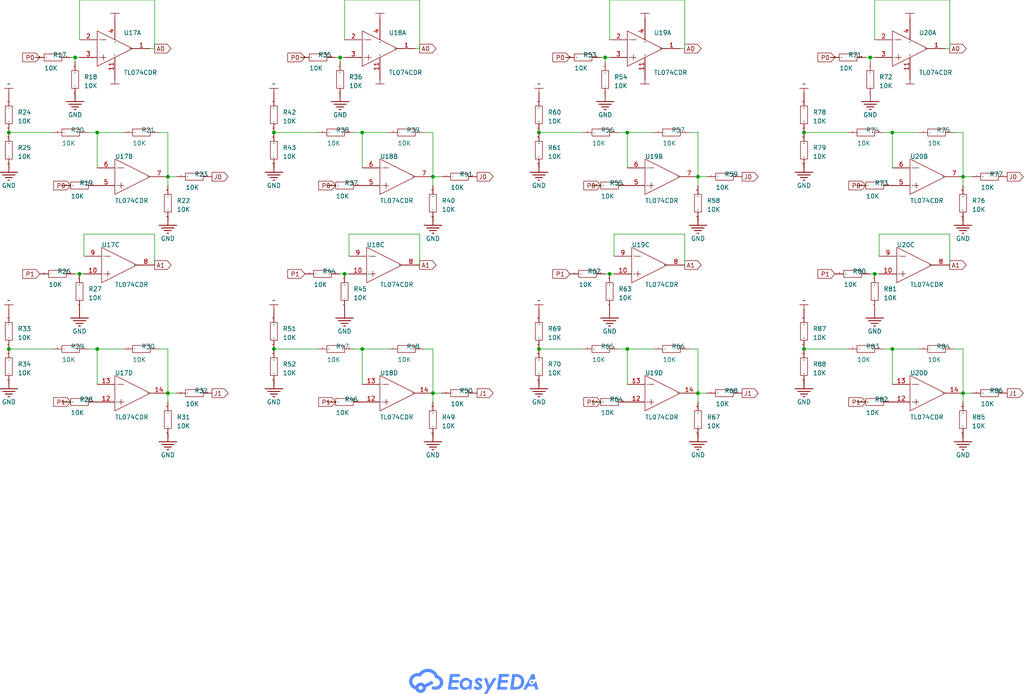
<source format=kicad_sch>
(kicad_sch (version 20231120) (generator "eeschema") (generator_version "8.0")
  (paper "User" 294.386 199.542)
  (junction (at 124.46 113.03))
  (junction (at 97.79 16.51))
  (junction (at 256.54 38.1))
  (junction (at 154.94 100.33))
  (junction (at 104.14 38.1))
  (junction (at 48.26 113.03))
  (junction (at 200.66 113.03))
  (junction (at 2.54 38.1))
  (junction (at 78.74 38.1))
  (junction (at 27.94 38.1))
  (junction (at 2.54 100.33))
  (junction (at 99.06 78.74))
  (junction (at 21.59 16.51))
  (junction (at 276.86 113.03))
  (junction (at 276.86 50.8))
  (junction (at 251.46 78.74))
  (junction (at 104.14 100.33))
  (junction (at 124.46 50.8))
  (junction (at 180.34 38.1))
  (junction (at 22.86 78.74))
  (junction (at 173.99 16.51))
  (junction (at 48.26 50.8))
  (junction (at 154.94 38.1))
  (junction (at 200.66 50.8))
  (junction (at 250.19 16.51))
  (junction (at 231.14 38.1))
  (junction (at 27.94 100.33))
  (junction (at 78.74 100.33))
  (junction (at 180.34 100.33))
  (junction (at 231.14 100.33))
  (junction (at 256.54 100.33))
  (junction (at 175.26 78.74))
  (wire (pts (xy 124.46 113.03) (xy 124.46 100.33)))
  (wire (pts (xy 246.38 53.34) (xy 248.92 53.34)))
  (wire (pts (xy 200.66 124.46) (xy 200.66 125.73)))
  (wire (pts (xy 200.66 113.03) (xy 203.2 113.03)))
  (wire (pts (xy 274.32 100.33) (xy 276.86 100.33)))
  (wire (pts (xy 200.66 50.8) (xy 200.66 38.1)))
  (wire (pts (xy 104.14 38.1) (xy 101.6 38.1)))
  (wire (pts (xy 21.59 16.51) (xy 22.86 16.51)))
  (wire (pts (xy 154.94 110.49) (xy 154.94 109.22)))
  (wire (pts (xy 180.34 100.33) (xy 177.8 100.33)))
  (wire (pts (xy 276.86 53.34) (xy 276.86 50.8)))
  (wire (pts (xy 256.54 100.33) (xy 264.16 100.33)))
  (wire (pts (xy 276.86 113.03) (xy 276.86 100.33)))
  (wire (pts (xy 273.05 0) (xy 273.05 13.97)))
  (wire (pts (xy 256.54 110.49) (xy 256.54 100.33)))
  (wire (pts (xy 252.73 67.31) (xy 273.05 67.31)))
  (wire (pts (xy 250.19 26.67) (xy 250.19 27.94)))
  (wire (pts (xy 276.86 62.23) (xy 276.86 63.5)))
  (wire (pts (xy 173.99 26.67) (xy 173.99 27.94)))
  (wire (pts (xy 196.85 67.31) (xy 196.85 76.2)))
  (wire (pts (xy 15.24 100.33) (xy 2.54 100.33)))
  (wire (pts (xy 48.26 113.03) (xy 50.8 113.03)))
  (wire (pts (xy 17.78 53.34) (xy 20.32 53.34)))
  (wire (pts (xy 21.59 78.74) (xy 22.86 78.74)))
  (wire (pts (xy 176.53 67.31) (xy 176.53 73.66)))
  (wire (pts (xy 2.54 110.49) (xy 2.54 109.22)))
  (wire (pts (xy 256.54 38.1) (xy 264.16 38.1)))
  (wire (pts (xy 78.74 110.49) (xy 78.74 109.22)))
  (wire (pts (xy 93.98 115.57) (xy 96.52 115.57)))
  (wire (pts (xy 250.19 16.51) (xy 251.46 16.51)))
  (wire (pts (xy 97.79 26.67) (xy 97.79 27.94)))
  (wire (pts (xy 24.13 67.31) (xy 44.45 67.31)))
  (wire (pts (xy 276.86 50.8) (xy 279.4 50.8)))
  (wire (pts (xy 120.65 0) (xy 99.06 0)))
  (wire (pts (xy 22.86 11.43) (xy 22.86 0)))
  (wire (pts (xy 45.72 100.33) (xy 48.26 100.33)))
  (wire (pts (xy 274.32 38.1) (xy 276.86 38.1)))
  (wire (pts (xy 251.46 11.43) (xy 251.46 0)))
  (wire (pts (xy 11.43 16.51) (xy 10.16 16.51)))
  (wire (pts (xy 273.05 13.97) (xy 271.78 13.97)))
  (wire (pts (xy 273.05 67.31) (xy 273.05 76.2)))
  (wire (pts (xy 27.94 38.1) (xy 25.4 38.1)))
  (wire (pts (xy 100.33 67.31) (xy 100.33 73.66)))
  (wire (pts (xy 120.65 13.97) (xy 119.38 13.97)))
  (wire (pts (xy 252.73 67.31) (xy 252.73 73.66)))
  (wire (pts (xy 48.26 50.8) (xy 50.8 50.8)))
  (wire (pts (xy 24.13 78.74) (xy 22.86 78.74)))
  (wire (pts (xy 243.84 38.1) (xy 231.14 38.1)))
  (wire (pts (xy 256.54 100.33) (xy 254 100.33)))
  (wire (pts (xy 100.33 67.31) (xy 120.65 67.31)))
  (wire (pts (xy 121.92 100.33) (xy 124.46 100.33)))
  (wire (pts (xy 250.19 78.74) (xy 251.46 78.74)))
  (wire (pts (xy 96.52 16.51) (xy 97.79 16.51)))
  (wire (pts (xy 246.38 115.57) (xy 248.92 115.57)))
  (wire (pts (xy 276.86 115.57) (xy 276.86 113.03)))
  (wire (pts (xy 167.64 38.1) (xy 154.94 38.1)))
  (wire (pts (xy 124.46 50.8) (xy 127 50.8)))
  (wire (pts (xy 93.98 53.34) (xy 96.52 53.34)))
  (wire (pts (xy 173.99 16.51) (xy 175.26 16.51)))
  (wire (pts (xy 24.13 67.31) (xy 24.13 73.66)))
  (wire (pts (xy 173.99 16.51) (xy 173.99 17.78)))
  (wire (pts (xy 124.46 124.46) (xy 124.46 125.73)))
  (wire (pts (xy 121.92 38.1) (xy 124.46 38.1)))
  (wire (pts (xy 27.94 100.33) (xy 35.56 100.33)))
  (wire (pts (xy 252.73 78.74) (xy 251.46 78.74)))
  (wire (pts (xy 27.94 110.49) (xy 27.94 100.33)))
  (wire (pts (xy 44.45 0) (xy 44.45 13.97)))
  (wire (pts (xy 2.54 48.26) (xy 2.54 46.99)))
  (wire (pts (xy 48.26 124.46) (xy 48.26 125.73)))
  (wire (pts (xy 78.74 48.26) (xy 78.74 46.99)))
  (wire (pts (xy 44.45 13.97) (xy 43.18 13.97)))
  (wire (pts (xy 48.26 113.03) (xy 48.26 100.33)))
  (wire (pts (xy 248.92 16.51) (xy 250.19 16.51)))
  (wire (pts (xy 27.94 48.26) (xy 27.94 38.1)))
  (wire (pts (xy 27.94 38.1) (xy 35.56 38.1)))
  (wire (pts (xy 250.19 16.51) (xy 250.19 17.78)))
  (wire (pts (xy 200.66 53.34) (xy 200.66 50.8)))
  (wire (pts (xy 21.59 16.51) (xy 21.59 17.78)))
  (wire (pts (xy 27.94 100.33) (xy 25.4 100.33)))
  (wire (pts (xy 100.33 78.74) (xy 99.06 78.74)))
  (wire (pts (xy 200.66 50.8) (xy 203.2 50.8)))
  (wire (pts (xy 91.44 38.1) (xy 78.74 38.1)))
  (wire (pts (xy 173.99 78.74) (xy 175.26 78.74)))
  (wire (pts (xy 196.85 0) (xy 175.26 0)))
  (wire (pts (xy 167.64 100.33) (xy 154.94 100.33)))
  (wire (pts (xy 91.44 100.33) (xy 78.74 100.33)))
  (wire (pts (xy 180.34 38.1) (xy 177.8 38.1)))
  (wire (pts (xy 45.72 38.1) (xy 48.26 38.1)))
  (wire (pts (xy 175.26 11.43) (xy 175.26 0)))
  (wire (pts (xy 124.46 53.34) (xy 124.46 50.8)))
  (wire (pts (xy 170.18 53.34) (xy 172.72 53.34)))
  (wire (pts (xy 124.46 115.57) (xy 124.46 113.03)))
  (wire (pts (xy 104.14 100.33) (xy 101.6 100.33)))
  (wire (pts (xy 48.26 62.23) (xy 48.26 63.5)))
  (wire (pts (xy 120.65 0) (xy 120.65 13.97)))
  (wire (pts (xy 17.78 115.57) (xy 20.32 115.57)))
  (wire (pts (xy 276.86 124.46) (xy 276.86 125.73)))
  (wire (pts (xy 256.54 48.26) (xy 256.54 38.1)))
  (wire (pts (xy 163.83 16.51) (xy 162.56 16.51)))
  (wire (pts (xy 99.06 11.43) (xy 99.06 0)))
  (wire (pts (xy 97.79 16.51) (xy 97.79 17.78)))
  (wire (pts (xy 44.45 67.31) (xy 44.45 76.2)))
  (wire (pts (xy 124.46 50.8) (xy 124.46 38.1)))
  (wire (pts (xy 104.14 48.26) (xy 104.14 38.1)))
  (wire (pts (xy 124.46 62.23) (xy 124.46 63.5)))
  (wire (pts (xy 124.46 113.03) (xy 127 113.03)))
  (wire (pts (xy 170.18 115.57) (xy 172.72 115.57)))
  (wire (pts (xy 15.24 38.1) (xy 2.54 38.1)))
  (wire (pts (xy 154.94 48.26) (xy 154.94 46.99)))
  (wire (pts (xy 97.79 16.51) (xy 99.06 16.51)))
  (wire (pts (xy 176.53 78.74) (xy 175.26 78.74)))
  (wire (pts (xy 231.14 110.49) (xy 231.14 109.22)))
  (wire (pts (xy 48.26 115.57) (xy 48.26 113.03)))
  (wire (pts (xy 176.53 67.31) (xy 196.85 67.31)))
  (wire (pts (xy 256.54 38.1) (xy 254 38.1)))
  (wire (pts (xy 243.84 100.33) (xy 231.14 100.33)))
  (wire (pts (xy 200.66 113.03) (xy 200.66 100.33)))
  (wire (pts (xy 48.26 53.34) (xy 48.26 50.8)))
  (wire (pts (xy 200.66 62.23) (xy 200.66 63.5)))
  (wire (pts (xy 231.14 48.26) (xy 231.14 46.99)))
  (wire (pts (xy 104.14 38.1) (xy 111.76 38.1)))
  (wire (pts (xy 196.85 0) (xy 196.85 13.97)))
  (wire (pts (xy 104.14 100.33) (xy 111.76 100.33)))
  (wire (pts (xy 180.34 110.49) (xy 180.34 100.33)))
  (wire (pts (xy 97.79 78.74) (xy 99.06 78.74)))
  (wire (pts (xy 180.34 100.33) (xy 187.96 100.33)))
  (wire (pts (xy 200.66 115.57) (xy 200.66 113.03)))
  (wire (pts (xy 196.85 13.97) (xy 195.58 13.97)))
  (wire (pts (xy 172.72 16.51) (xy 173.99 16.51)))
  (wire (pts (xy 180.34 38.1) (xy 187.96 38.1)))
  (wire (pts (xy 120.65 67.31) (xy 120.65 76.2)))
  (wire (pts (xy 276.86 50.8) (xy 276.86 38.1)))
  (wire (pts (xy 240.03 16.51) (xy 238.76 16.51)))
  (wire (pts (xy 198.12 38.1) (xy 200.66 38.1)))
  (wire (pts (xy 44.45 0) (xy 22.86 0)))
  (wire (pts (xy 48.26 50.8) (xy 48.26 38.1)))
  (wire (pts (xy 198.12 100.33) (xy 200.66 100.33)))
  (wire (pts (xy 180.34 48.26) (xy 180.34 38.1)))
  (wire (pts (xy 276.86 113.03) (xy 279.4 113.03)))
  (wire (pts (xy 20.32 16.51) (xy 21.59 16.51)))
  (wire (pts (xy 273.05 0) (xy 251.46 0)))
  (wire (pts (xy 87.63 16.51) (xy 86.36 16.51)))
  (wire (pts (xy 104.14 110.49) (xy 104.14 100.33)))
  (wire (pts (xy 21.59 26.67) (xy 21.59 27.94)))
  (global_label "A0" (shape output) (at 120.65 13.97 0) (property "Intersheetrefs" "${INTERSHEET_REFS}" (effects (hide yes))))
  (global_label "P1" (shape input) (at 20.32 115.57 180) (property "Intersheetrefs" "${INTERSHEET_REFS}" (effects (hide yes))))
  (global_label "J1" (shape output) (at 213.36 113.03 0) (property "Intersheetrefs" "${INTERSHEET_REFS}" (effects (hide yes))))
  (global_label "J0" (shape output) (at 289.56 50.8 0) (property "Intersheetrefs" "${INTERSHEET_REFS}" (effects (hide yes))))
  (global_label "J1" (shape output) (at 137.16 113.03 0) (property "Intersheetrefs" "${INTERSHEET_REFS}" (effects (hide yes))))
  (global_label "J0" (shape output) (at 60.96 50.8 0) (property "Intersheetrefs" "${INTERSHEET_REFS}" (effects (hide yes))))
  (global_label "A1" (shape output) (at 273.05 76.2 0) (property "Intersheetrefs" "${INTERSHEET_REFS}" (effects (hide yes))))
  (global_label "A0" (shape output) (at 196.85 13.97 0) (property "Intersheetrefs" "${INTERSHEET_REFS}" (effects (hide yes))))
  (global_label "P0" (shape input) (at 248.92 53.34 180) (property "Intersheetrefs" "${INTERSHEET_REFS}" (effects (hide yes))))
  (global_label "P0" (shape input) (at 96.52 53.34 180) (property "Intersheetrefs" "${INTERSHEET_REFS}" (effects (hide yes))))
  (global_label "P1" (shape input) (at 172.72 115.57 180) (property "Intersheetrefs" "${INTERSHEET_REFS}" (effects (hide yes))))
  (global_label "P1" (shape input) (at 240.03 78.74 180) (property "Intersheetrefs" "${INTERSHEET_REFS}" (effects (hide yes))))
  (global_label "J0" (shape output) (at 213.36 50.8 0) (property "Intersheetrefs" "${INTERSHEET_REFS}" (effects (hide yes))))
  (global_label "A1" (shape output) (at 120.65 76.2 0) (property "Intersheetrefs" "${INTERSHEET_REFS}" (effects (hide yes))))
  (global_label "J1" (shape output) (at 289.56 113.03 0) (property "Intersheetrefs" "${INTERSHEET_REFS}" (effects (hide yes))))
  (global_label "P1" (shape input) (at 96.52 115.57 180) (property "Intersheetrefs" "${INTERSHEET_REFS}" (effects (hide yes))))
  (global_label "J1" (shape output) (at 60.96 113.03 0) (property "Intersheetrefs" "${INTERSHEET_REFS}" (effects (hide yes))))
  (global_label "A0" (shape output) (at 44.45 13.97 0) (property "Intersheetrefs" "${INTERSHEET_REFS}" (effects (hide yes))))
  (global_label "P0" (shape input) (at 11.43 16.51 180) (property "Intersheetrefs" "${INTERSHEET_REFS}" (effects (hide yes))))
  (global_label "P1" (shape input) (at 87.63 78.74 180) (property "Intersheetrefs" "${INTERSHEET_REFS}" (effects (hide yes))))
  (global_label "J0" (shape output) (at 137.16 50.8 0) (property "Intersheetrefs" "${INTERSHEET_REFS}" (effects (hide yes))))
  (global_label "P0" (shape input) (at 87.63 16.51 180) (property "Intersheetrefs" "${INTERSHEET_REFS}" (effects (hide yes))))
  (global_label "P0" (shape input) (at 20.32 53.34 180) (property "Intersheetrefs" "${INTERSHEET_REFS}" (effects (hide yes))))
  (global_label "A1" (shape output) (at 196.85 76.2 0) (property "Intersheetrefs" "${INTERSHEET_REFS}" (effects (hide yes))))
  (global_label "A1" (shape output) (at 44.45 76.2 0) (property "Intersheetrefs" "${INTERSHEET_REFS}" (effects (hide yes))))
  (global_label "P0" (shape input) (at 240.03 16.51 180) (property "Intersheetrefs" "${INTERSHEET_REFS}" (effects (hide yes))))
  (global_label "P0" (shape input) (at 172.72 53.34 180) (property "Intersheetrefs" "${INTERSHEET_REFS}" (effects (hide yes))))
  (global_label "P0" (shape input) (at 163.83 16.51 180) (property "Intersheetrefs" "${INTERSHEET_REFS}" (effects (hide yes))))
  (global_label "P1" (shape input) (at 11.43 78.74 180) (property "Intersheetrefs" "${INTERSHEET_REFS}" (effects (hide yes))))
  (global_label "P1" (shape input) (at 248.92 115.57 180) (property "Intersheetrefs" "${INTERSHEET_REFS}" (effects (hide yes))))
  (global_label "P1" (shape input) (at 163.83 78.74 180) (property "Intersheetrefs" "${INTERSHEET_REFS}" (effects (hide yes))))
  (global_label "A0" (shape output) (at 273.05 13.97 0) (property "Intersheetrefs" "${INTERSHEET_REFS}" (effects (hide yes))))
  (symbol (lib_id "ProPrj_Fad-easyedapro:Power-VCC") (at 109.22 6.35 0) (unit 1)
    (property "Reference" "#PWR?" (effects (hide yes)))
    (property "Value" "+12V" (effects (hide yes)))
    (property "Footprint" "ProPrj_Fad-easyedapro:" (effects (hide yes)))
  )
  (symbol (lib_id "ProPrj_Fad-easyedapro:Power-VCC") (at 261.62 6.35 0) (unit 1)
    (property "Reference" "#PWR?" (effects (hide yes)))
    (property "Value" "+12V" (effects (hide yes)))
    (property "Footprint" "ProPrj_Fad-easyedapro:" (effects (hide yes)))
  )
  (symbol (lib_id "ProPrj_Fad-easyedapro:Res") (at 200.66 58.42 90) (unit 1)
    (property "Reference" "R58" (at 203.2 58.42 90) (effects (justify right top)))
    (property "Value" "10K" (at 203.2 60.96 90) (effects (justify right top)))
    (property "Footprint" "ProPrj_Fad-easyedapro:R0603" (effects (hide yes)))
  )
  (symbol (lib_id "ProPrj_Fad-easyedapro:Res") (at 78.74 43.18 90) (unit 1)
    (property "Reference" "R43" (at 81.28 43.18 90) (effects (justify right top)))
    (property "Value" "10K" (at 81.28 45.72 90) (effects (justify right top)))
    (property "Footprint" "ProPrj_Fad-easyedapro:R0603" (effects (hide yes)))
  )
  (symbol (lib_id "ProPrj_Fad-easyedapro:Res") (at 276.86 120.65 90) (unit 1)
    (property "Reference" "R85" (at 279.4 120.65 90) (effects (justify right top)))
    (property "Value" "10K" (at 279.4 123.19 90) (effects (justify right top)))
    (property "Footprint" "ProPrj_Fad-easyedapro:R0603" (effects (hide yes)))
  )
  (symbol (lib_id "ProPrj_Fad-easyedapro:Res") (at 96.52 100.33 0) (unit 1)
    (property "Reference" "R47" (at 96.52 100.33 0) (effects (justify left bottom)))
    (property "Value" "10K" (at 93.98 104.14 0) (effects (justify left bottom)))
    (property "Footprint" "ProPrj_Fad-easyedapro:R0603" (effects (hide yes)))
  )
  (symbol (lib_id "ProPrj_Fad-easyedapro:Res") (at 22.86 115.57 0) (unit 1)
    (property "Reference" "R28" (at 22.86 115.57 0) (effects (justify left bottom)))
    (property "Value" "10K" (at 20.32 119.38 0) (effects (justify left bottom)))
    (property "Footprint" "ProPrj_Fad-easyedapro:R0603" (effects (hide yes)))
  )
  (symbol (lib_id "ProPrj_Fad-easyedapro:Res") (at 248.92 38.1 0) (unit 1)
    (property "Reference" "R74" (at 248.92 38.1 0) (effects (justify left bottom)))
    (property "Value" "10K" (at 246.38 41.91 0) (effects (justify left bottom)))
    (property "Footprint" "ProPrj_Fad-easyedapro:R0603" (effects (hide yes)))
  )
  (symbol (lib_id "ProPrj_Fad-easyedapro:Res") (at 231.14 33.02 90) (unit 1)
    (property "Reference" "R78" (at 233.68 33.02 90) (effects (justify right top)))
    (property "Value" "10K" (at 233.68 35.56 90) (effects (justify right top)))
    (property "Footprint" "ProPrj_Fad-easyedapro:R0603" (effects (hide yes)))
  )
  (symbol (lib_id "ProPrj_Fad-easyedapro:Res") (at 116.84 38.1 0) (unit 1)
    (property "Reference" "R39" (at 116.84 38.1 0) (effects (justify left bottom)))
    (property "Value" "10K" (at 114.3 41.91 0) (effects (justify left bottom)))
    (property "Footprint" "ProPrj_Fad-easyedapro:R0603" (effects (hide yes)))
  )
  (symbol (lib_id "ProPrj_Fad-easyedapro:Res") (at 167.64 16.51 0) (unit 1)
    (property "Reference" "R53" (at 167.64 16.51 0) (effects (justify left bottom)))
    (property "Value" "10K" (at 165.1 20.32 0) (effects (justify left bottom)))
    (property "Footprint" "ProPrj_Fad-easyedapro:R0603" (effects (hide yes)))
  )
  (symbol (lib_id "ProPrj_Fad-easyedapro:Res") (at 55.88 50.8 0) (unit 1)
    (property "Reference" "R23" (at 55.88 50.8 0) (effects (justify left bottom)))
    (property "Value" "10K" (at 53.34 54.61 0) (effects (justify left bottom)))
    (property "Footprint" "ProPrj_Fad-easyedapro:R0603" (effects (hide yes)))
  )
  (symbol (lib_id "ProPrj_Fad-easyedapro:Res") (at 15.24 16.51 0) (unit 1)
    (property "Reference" "R17" (at 15.24 16.51 0) (effects (justify left bottom)))
    (property "Value" "10K" (at 12.7 20.32 0) (effects (justify left bottom)))
    (property "Footprint" "ProPrj_Fad-easyedapro:R0603" (effects (hide yes)))
  )
  (symbol (lib_id "ProPrj_Fad-easyedapro:Power-VCC") (at 33.02 6.35 0) (unit 1)
    (property "Reference" "#PWR?" (effects (hide yes)))
    (property "Value" "+12V" (effects (hide yes)))
    (property "Footprint" "ProPrj_Fad-easyedapro:" (effects (hide yes)))
  )
  (symbol (lib_id "ProPrj_Fad-easyedapro:TL074CDR") (at 38.1 113.03 0) (unit 4)
    (property "Reference" "U17" (at 33.02 107.95 0) (effects (justify left bottom)))
    (property "Value" "TL074CDR" (at 33.02 120.65 0) (effects (justify left bottom)))
    (property "Footprint" "ProPrj_Fad-easyedapro:SOIC-14_L8.7-W3.9-P1.27-LS6.0-BL" (effects (hide yes)))
    (property "Datasheet" "https://www.ti.com/cn/lit/gpn/tl074" (effects (hide yes)))
    (property "Description" "Gain Bandwidth Product(GBP):5.25MHz Current - Input Bias(Ib):65pA Voltage - Input Offset(Vos):3mV Slew Rate(SR):13V/us Supply Current Per Channel:1.4mA Operating Temperature:0°C~+70°C Operating Temperature:0°C~+70°C" (effects (hide yes)))
    (property "Manufacturer Part" "TL074CDR" (effects (hide yes)))
    (property "Manufacturer" "TI(德州仪器)" (effects (hide yes)))
    (property "Supplier Part" "C12594" (effects (hide yes)))
    (property "Supplier" "LCSC" (effects (hide yes)))
    (property "LCSC Part Name" "TL074CDR" (effects (hide yes)))
    (property "Relevance" "[]" (effects (hide yes)))
  )
  (symbol (lib_id "ProPrj_Fad-easyedapro:Res") (at 55.88 113.03 0) (unit 1)
    (property "Reference" "R32" (at 55.88 113.03 0) (effects (justify left bottom)))
    (property "Value" "10K" (at 53.34 116.84 0) (effects (justify left bottom)))
    (property "Footprint" "ProPrj_Fad-easyedapro:R0603" (effects (hide yes)))
  )
  (symbol (lib_id "ProPrj_Fad-easyedapro:Res") (at 2.54 33.02 90) (unit 1)
    (property "Reference" "R24" (at 5.08 33.02 90) (effects (justify right top)))
    (property "Value" "10K" (at 5.08 35.56 90) (effects (justify right top)))
    (property "Footprint" "ProPrj_Fad-easyedapro:R0603" (effects (hide yes)))
  )
  (symbol (lib_id "ProPrj_Fad-easyedapro:Res") (at 251.46 115.57 0) (unit 1)
    (property "Reference" "R82" (at 251.46 115.57 0) (effects (justify left bottom)))
    (property "Value" "10K" (at 248.92 119.38 0) (effects (justify left bottom)))
    (property "Footprint" "ProPrj_Fad-easyedapro:R0603" (effects (hide yes)))
  )
  (symbol (lib_id "ProPrj_Fad-easyedapro:Res") (at 99.06 115.57 0) (unit 1)
    (property "Reference" "R46" (at 99.06 115.57 0) (effects (justify left bottom)))
    (property "Value" "10K" (at 96.52 119.38 0) (effects (justify left bottom)))
    (property "Footprint" "ProPrj_Fad-easyedapro:R0603" (effects (hide yes)))
  )
  (symbol (lib_id "ProPrj_Fad-easyedapro:TL074CDR") (at 38.1 50.8 0) (unit 2)
    (property "Reference" "U17" (at 33.02 45.72 0) (effects (justify left bottom)))
    (property "Value" "TL074CDR" (at 33.02 58.42 0) (effects (justify left bottom)))
    (property "Footprint" "ProPrj_Fad-easyedapro:SOIC-14_L8.7-W3.9-P1.27-LS6.0-BL" (effects (hide yes)))
    (property "Datasheet" "https://www.ti.com/cn/lit/gpn/tl074" (effects (hide yes)))
    (property "Description" "Gain Bandwidth Product(GBP):5.25MHz Current - Input Bias(Ib):65pA Voltage - Input Offset(Vos):3mV Slew Rate(SR):13V/us Supply Current Per Channel:1.4mA Operating Temperature:0°C~+70°C Operating Temperature:0°C~+70°C" (effects (hide yes)))
    (property "Manufacturer Part" "TL074CDR" (effects (hide yes)))
    (property "Manufacturer" "TI(德州仪器)" (effects (hide yes)))
    (property "Supplier Part" "C12594" (effects (hide yes)))
    (property "Supplier" "LCSC" (effects (hide yes)))
    (property "LCSC Part Name" "TL074CDR" (effects (hide yes)))
    (property "Relevance" "[]" (effects (hide yes)))
  )
  (symbol (lib_id "ProPrj_Fad-easyedapro:Res") (at 96.52 38.1 0) (unit 1)
    (property "Reference" "R38" (at 96.52 38.1 0) (effects (justify left bottom)))
    (property "Value" "10K" (at 93.98 41.91 0) (effects (justify left bottom)))
    (property "Footprint" "ProPrj_Fad-easyedapro:R0603" (effects (hide yes)))
  )
  (symbol (lib_id "ProPrj_Fad-easyedapro:Res") (at 2.54 95.25 90) (unit 1)
    (property "Reference" "R33" (at 5.08 95.25 90) (effects (justify right top)))
    (property "Value" "10K" (at 5.08 97.79 90) (effects (justify right top)))
    (property "Footprint" "ProPrj_Fad-easyedapro:R0603" (effects (hide yes)))
  )
  (symbol (lib_id "ProPrj_Fad-easyedapro:Power-5V") (at 78.74 27.94 0) (unit 1)
    (property "Reference" "#PWR?" (effects (hide yes)))
    (property "Footprint" "ProPrj_Fad-easyedapro:" (effects (hide yes)))
    (property "Description" "Power-5V" (effects (hide yes)))
  )
  (symbol (lib_id "ProPrj_Fad-easyedapro:Res") (at 154.94 95.25 90) (unit 1)
    (property "Reference" "R69" (at 157.48 95.25 90) (effects (justify right top)))
    (property "Value" "10K" (at 157.48 97.79 90) (effects (justify right top)))
    (property "Footprint" "ProPrj_Fad-easyedapro:R0603" (effects (hide yes)))
  )
  (symbol (lib_id "ProPrj_Fad-easyedapro:Res") (at 92.71 78.74 0) (unit 1)
    (property "Reference" "R44" (at 92.71 78.74 0) (effects (justify left bottom)))
    (property "Value" "10K" (at 90.17 82.55 0) (effects (justify left bottom)))
    (property "Footprint" "ProPrj_Fad-easyedapro:R0603" (effects (hide yes)))
  )
  (symbol (lib_id "ProPrj_Fad-easyedapro:Res") (at 231.14 105.41 90) (unit 1)
    (property "Reference" "R88" (at 233.68 105.41 90) (effects (justify right top)))
    (property "Value" "10K" (at 233.68 107.95 90) (effects (justify right top)))
    (property "Footprint" "ProPrj_Fad-easyedapro:R0603" (effects (hide yes)))
  )
  (symbol (lib_id "ProPrj_Fad-easyedapro:Res") (at 154.94 43.18 90) (unit 1)
    (property "Reference" "R61" (at 157.48 43.18 90) (effects (justify right top)))
    (property "Value" "10K" (at 157.48 45.72 90) (effects (justify right top)))
    (property "Footprint" "ProPrj_Fad-easyedapro:R0603" (effects (hide yes)))
  )
  (symbol (lib_id "ProPrj_Fad-easyedapro:Res") (at 250.19 22.86 90) (unit 1)
    (property "Reference" "R72" (at 252.73 22.86 90) (effects (justify right top)))
    (property "Value" "10K" (at 252.73 25.4 90) (effects (justify right top)))
    (property "Footprint" "ProPrj_Fad-easyedapro:R0603" (effects (hide yes)))
  )
  (symbol (lib_id "ProPrj_Fad-easyedapro:Ground-GND") (at 154.94 109.22 0) (unit 1)
    (property "Reference" "#PWR?" (effects (hide yes)))
    (property "Value" "GND" (at 154.94 115.57 0))
    (property "Footprint" "ProPrj_Fad-easyedapro:" (effects (hide yes)))
  )
  (symbol (lib_id "ProPrj_Fad-easyedapro:Drawing-Symbol_A4") (at -6.35 203.2 0) (unit 1)
    (property "Reference" "?" (at -6.35 203.2 0))
    (property "Footprint" "ProPrj_Fad-easyedapro:" (effects (hide yes)))
    (property "@Board Name" "Board1" (effects (hide yes)))
    (property "@Create Date" "2025-02-10" (effects (hide yes)))
    (property "@Create Time" "17:05:29" (effects (hide yes)))
    (property "@Page Count" "2" (effects (hide yes)))
    (property "@Page Name" "P2" (effects (hide yes)))
    (property "@Page No" "2" (effects (hide yes)))
    (property "@Project Name" "FaderBay" (effects (hide yes)))
    (property "@Schematic Name" "Schematic1" (effects (hide yes)))
    (property "@Update Date" "2025-02-10" (effects (hide yes)))
    (property "@Update Time" "18:05:29" (effects (hide yes)))
    (property "Blade Width" "10" (effects (hide yes)))
    (property "Border" "1" (effects (hide yes)))
    (property "Company" "EasyEDA.com" (effects (hide yes)))
    (property "Height" "825" (effects (hide yes)))
    (property "Page Size" "A4" (effects (hide yes)))
    (property "Region Start" "1" (effects (hide yes)))
    (property "Title Block" "1" (effects (hide yes)))
    (property "Title Block Position" "3" (effects (hide yes)))
    (property "Version" "V1.0" (effects (hide yes)))
    (property "Width" "1170" (effects (hide yes)))
    (property "X Region Count" "6" (effects (hide yes)))
    (property "Y Region Count" "4" (effects (hide yes)))
  )
  (symbol (lib_id "ProPrj_Fad-easyedapro:Ground-GND") (at 231.14 46.99 0) (unit 1)
    (property "Reference" "#PWR?" (effects (hide yes)))
    (property "Value" "GND" (at 231.14 53.34 0))
    (property "Footprint" "ProPrj_Fad-easyedapro:" (effects (hide yes)))
  )
  (symbol (lib_id "ProPrj_Fad-easyedapro:Ground-GND") (at 78.74 46.99 0) (unit 1)
    (property "Reference" "#PWR?" (effects (hide yes)))
    (property "Value" "GND" (at 78.74 53.34 0))
    (property "Footprint" "ProPrj_Fad-easyedapro:" (effects (hide yes)))
  )
  (symbol (lib_id "ProPrj_Fad-easyedapro:Power-5V") (at 231.14 27.94 0) (unit 1)
    (property "Reference" "#PWR?" (effects (hide yes)))
    (property "Footprint" "ProPrj_Fad-easyedapro:" (effects (hide yes)))
    (property "Description" "Power-5V" (effects (hide yes)))
  )
  (symbol (lib_id "ProPrj_Fad-easyedapro:Ground-GND") (at 154.94 46.99 0) (unit 1)
    (property "Reference" "#PWR?" (effects (hide yes)))
    (property "Value" "GND" (at 154.94 53.34 0))
    (property "Footprint" "ProPrj_Fad-easyedapro:" (effects (hide yes)))
  )
  (symbol (lib_id "ProPrj_Fad-easyedapro:Res") (at 276.86 58.42 90) (unit 1)
    (property "Reference" "R76" (at 279.4 58.42 90) (effects (justify right top)))
    (property "Value" "10K" (at 279.4 60.96 90) (effects (justify right top)))
    (property "Footprint" "ProPrj_Fad-easyedapro:R0603" (effects (hide yes)))
  )
  (symbol (lib_id "ProPrj_Fad-easyedapro:Res") (at 168.91 78.74 0) (unit 1)
    (property "Reference" "R62" (at 168.91 78.74 0) (effects (justify left bottom)))
    (property "Value" "10K" (at 166.37 82.55 0) (effects (justify left bottom)))
    (property "Footprint" "ProPrj_Fad-easyedapro:R0603" (effects (hide yes)))
  )
  (symbol (lib_id "ProPrj_Fad-easyedapro:Ground-GND") (at 21.59 26.67 0) (unit 1)
    (property "Reference" "#PWR?" (effects (hide yes)))
    (property "Value" "GND" (at 21.59 33.02 0))
    (property "Footprint" "ProPrj_Fad-easyedapro:" (effects (hide yes)))
  )
  (symbol (lib_id "ProPrj_Fad-easyedapro:Res") (at 200.66 120.65 90) (unit 1)
    (property "Reference" "R67" (at 203.2 120.65 90) (effects (justify right top)))
    (property "Value" "10K" (at 203.2 123.19 90) (effects (justify right top)))
    (property "Footprint" "ProPrj_Fad-easyedapro:R0603" (effects (hide yes)))
  )
  (symbol (lib_id "ProPrj_Fad-easyedapro:Ground-GND") (at 2.54 46.99 0) (unit 1)
    (property "Reference" "#PWR?" (effects (hide yes)))
    (property "Value" "GND" (at 2.54 53.34 0))
    (property "Footprint" "ProPrj_Fad-easyedapro:" (effects (hide yes)))
  )
  (symbol (lib_id "ProPrj_Fad-easyedapro:Power-5V") (at 231.14 90.17 0) (unit 1)
    (property "Reference" "#PWR?" (effects (hide yes)))
    (property "Footprint" "ProPrj_Fad-easyedapro:" (effects (hide yes)))
    (property "Description" "Power-5V" (effects (hide yes)))
  )
  (symbol (lib_id "ProPrj_Fad-easyedapro:Ground-GND") (at 124.46 124.46 0) (unit 1)
    (property "Reference" "#PWR?" (effects (hide yes)))
    (property "Value" "GND" (at 124.46 130.81 0))
    (property "Footprint" "ProPrj_Fad-easyedapro:" (effects (hide yes)))
  )
  (symbol (lib_id "ProPrj_Fad-easyedapro:Res") (at 251.46 53.34 0) (unit 1)
    (property "Reference" "R73" (at 251.46 53.34 0) (effects (justify left bottom)))
    (property "Value" "10K" (at 248.92 57.15 0) (effects (justify left bottom)))
    (property "Footprint" "ProPrj_Fad-easyedapro:R0603" (effects (hide yes)))
  )
  (symbol (lib_id "ProPrj_Fad-easyedapro:Ground-GND") (at 48.26 124.46 0) (unit 1)
    (property "Reference" "#PWR?" (effects (hide yes)))
    (property "Value" "GND" (at 48.26 130.81 0))
    (property "Footprint" "ProPrj_Fad-easyedapro:" (effects (hide yes)))
  )
  (symbol (lib_id "ProPrj_Fad-easyedapro:Res") (at 284.48 113.03 0) (unit 1)
    (property "Reference" "R86" (at 284.48 113.03 0) (effects (justify left bottom)))
    (property "Value" "10K" (at 281.94 116.84 0) (effects (justify left bottom)))
    (property "Footprint" "ProPrj_Fad-easyedapro:R0603" (effects (hide yes)))
  )
  (symbol (lib_id "ProPrj_Fad-easyedapro:Power-5V") (at 154.94 90.17 0) (unit 1)
    (property "Reference" "#PWR?" (effects (hide yes)))
    (property "Footprint" "ProPrj_Fad-easyedapro:" (effects (hide yes)))
    (property "Description" "Power-5V" (effects (hide yes)))
  )
  (symbol (lib_id "ProPrj_Fad-easyedapro:Ground-GND") (at 175.26 88.9 0) (unit 1)
    (property "Reference" "#PWR?" (effects (hide yes)))
    (property "Value" "GND" (at 175.26 95.25 0))
    (property "Footprint" "ProPrj_Fad-easyedapro:" (effects (hide yes)))
  )
  (symbol (lib_id "ProPrj_Fad-easyedapro:Res") (at 231.14 43.18 90) (unit 1)
    (property "Reference" "R79" (at 233.68 43.18 90) (effects (justify right top)))
    (property "Value" "10K" (at 233.68 45.72 90) (effects (justify right top)))
    (property "Footprint" "ProPrj_Fad-easyedapro:R0603" (effects (hide yes)))
  )
  (symbol (lib_id "ProPrj_Fad-easyedapro:Res") (at 193.04 100.33 0) (unit 1)
    (property "Reference" "R66" (at 193.04 100.33 0) (effects (justify left bottom)))
    (property "Value" "10K" (at 190.5 104.14 0) (effects (justify left bottom)))
    (property "Footprint" "ProPrj_Fad-easyedapro:R0603" (effects (hide yes)))
  )
  (symbol (lib_id "ProPrj_Fad-easyedapro:Res") (at 2.54 105.41 90) (unit 1)
    (property "Reference" "R34" (at 5.08 105.41 90) (effects (justify right top)))
    (property "Value" "10K" (at 5.08 107.95 90) (effects (justify right top)))
    (property "Footprint" "ProPrj_Fad-easyedapro:R0603" (effects (hide yes)))
  )
  (symbol (lib_id "ProPrj_Fad-easyedapro:Ground-GND") (at 276.86 62.23 0) (unit 1)
    (property "Reference" "#PWR?" (effects (hide yes)))
    (property "Value" "GND" (at 276.86 68.58 0))
    (property "Footprint" "ProPrj_Fad-easyedapro:" (effects (hide yes)))
  )
  (symbol (lib_id "ProPrj_Fad-easyedapro:TL074CDR") (at 110.49 76.2 0) (unit 3)
    (property "Reference" "U18" (at 105.41 71.12 0) (effects (justify left bottom)))
    (property "Value" "TL074CDR" (at 109.22 82.55 0) (effects (justify left bottom)))
    (property "Footprint" "ProPrj_Fad-easyedapro:SOIC-14_L8.7-W3.9-P1.27-LS6.0-BL" (effects (hide yes)))
    (property "Datasheet" "https://www.ti.com/cn/lit/gpn/tl074" (effects (hide yes)))
    (property "Description" "Gain Bandwidth Product(GBP):5.25MHz Current - Input Bias(Ib):65pA Voltage - Input Offset(Vos):3mV Slew Rate(SR):13V/us Supply Current Per Channel:1.4mA Operating Temperature:0°C~+70°C Operating Temperature:0°C~+70°C" (effects (hide yes)))
    (property "Manufacturer Part" "TL074CDR" (effects (hide yes)))
    (property "Manufacturer" "TI(德州仪器)" (effects (hide yes)))
    (property "Supplier Part" "C12594" (effects (hide yes)))
    (property "Supplier" "LCSC" (effects (hide yes)))
    (property "LCSC Part Name" "TL074CDR" (effects (hide yes)))
    (property "Relevance" "[]" (effects (hide yes)))
  )
  (symbol (lib_id "ProPrj_Fad-easyedapro:Ground-GND") (at 276.86 124.46 0) (unit 1)
    (property "Reference" "#PWR?" (effects (hide yes)))
    (property "Value" "GND" (at 276.86 130.81 0))
    (property "Footprint" "ProPrj_Fad-easyedapro:" (effects (hide yes)))
  )
  (symbol (lib_id "ProPrj_Fad-easyedapro:Res") (at 48.26 58.42 90) (unit 1)
    (property "Reference" "R22" (at 50.8 58.42 90) (effects (justify right top)))
    (property "Value" "10K" (at 50.8 60.96 90) (effects (justify right top)))
    (property "Footprint" "ProPrj_Fad-easyedapro:R0603" (effects (hide yes)))
  )
  (symbol (lib_id "ProPrj_Fad-easyedapro:Ground-GND") (at 97.79 26.67 0) (unit 1)
    (property "Reference" "#PWR?" (effects (hide yes)))
    (property "Value" "GND" (at 97.79 33.02 0))
    (property "Footprint" "ProPrj_Fad-easyedapro:" (effects (hide yes)))
  )
  (symbol (lib_name "Power-VCC_2") (lib_id "ProPrj_Fad-easyedapro:Power-VCC") (at 109.22 21.59 180) (unit 1)
    (property "Reference" "#PWR?" (effects (hide yes)))
    (property "Value" "-12V" (effects (hide yes)))
    (property "Footprint" "ProPrj_Fad-easyedapro:" (effects (hide yes)))
  )
  (symbol (lib_id "ProPrj_Fad-easyedapro:Ground-GND") (at 200.66 124.46 0) (unit 1)
    (property "Reference" "#PWR?" (effects (hide yes)))
    (property "Value" "GND" (at 200.66 130.81 0))
    (property "Footprint" "ProPrj_Fad-easyedapro:" (effects (hide yes)))
  )
  (symbol (lib_id "ProPrj_Fad-easyedapro:Res") (at 284.48 50.8 0) (unit 1)
    (property "Reference" "R77" (at 284.48 50.8 0) (effects (justify left bottom)))
    (property "Value" "10K" (at 281.94 54.61 0) (effects (justify left bottom)))
    (property "Footprint" "ProPrj_Fad-easyedapro:R0603" (effects (hide yes)))
  )
  (symbol (lib_id "ProPrj_Fad-easyedapro:Res") (at 231.14 95.25 90) (unit 1)
    (property "Reference" "R87" (at 233.68 95.25 90) (effects (justify right top)))
    (property "Value" "10K" (at 233.68 97.79 90) (effects (justify right top)))
    (property "Footprint" "ProPrj_Fad-easyedapro:R0603" (effects (hide yes)))
  )
  (symbol (lib_id "ProPrj_Fad-easyedapro:Res") (at 22.86 53.34 0) (unit 1)
    (property "Reference" "R19" (at 22.86 53.34 0) (effects (justify left bottom)))
    (property "Value" "10K" (at 20.32 57.15 0) (effects (justify left bottom)))
    (property "Footprint" "ProPrj_Fad-easyedapro:R0603" (effects (hide yes)))
  )
  (symbol (lib_id "ProPrj_Fad-easyedapro:Res") (at 48.26 120.65 90) (unit 1)
    (property "Reference" "R31" (at 50.8 120.65 90) (effects (justify right top)))
    (property "Value" "10K" (at 50.8 123.19 90) (effects (justify right top)))
    (property "Footprint" "ProPrj_Fad-easyedapro:R0603" (effects (hide yes)))
  )
  (symbol (lib_id "ProPrj_Fad-easyedapro:Ground-GND") (at 99.06 88.9 0) (unit 1)
    (property "Reference" "#PWR?" (effects (hide yes)))
    (property "Value" "GND" (at 99.06 95.25 0))
    (property "Footprint" "ProPrj_Fad-easyedapro:" (effects (hide yes)))
  )
  (symbol (lib_id "ProPrj_Fad-easyedapro:Ground-GND") (at 173.99 26.67 0) (unit 1)
    (property "Reference" "#PWR?" (effects (hide yes)))
    (property "Value" "GND" (at 173.99 33.02 0))
    (property "Footprint" "ProPrj_Fad-easyedapro:" (effects (hide yes)))
  )
  (symbol (lib_id "ProPrj_Fad-easyedapro:Res") (at 99.06 53.34 0) (unit 1)
    (property "Reference" "R37" (at 99.06 53.34 0) (effects (justify left bottom)))
    (property "Value" "10K" (at 96.52 57.15 0) (effects (justify left bottom)))
    (property "Footprint" "ProPrj_Fad-easyedapro:R0603" (effects (hide yes)))
  )
  (symbol (lib_id "ProPrj_Fad-easyedapro:TL074CDR") (at 185.42 13.97 0) (unit 1)
    (property "Reference" "U19" (at 187.96 10.16 0) (effects (justify left bottom)))
    (property "Value" "TL074CDR" (at 187.96 21.59 0) (effects (justify left bottom)))
    (property "Footprint" "ProPrj_Fad-easyedapro:SOIC-14_L8.7-W3.9-P1.27-LS6.0-BL" (effects (hide yes)))
    (property "Datasheet" "https://www.ti.com/cn/lit/gpn/tl074" (effects (hide yes)))
    (property "Description" "Gain Bandwidth Product(GBP):5.25MHz Current - Input Bias(Ib):65pA Voltage - Input Offset(Vos):3mV Slew Rate(SR):13V/us Supply Current Per Channel:1.4mA Operating Temperature:0°C~+70°C Operating Temperature:0°C~+70°C" (effects (hide yes)))
    (property "Manufacturer Part" "TL074CDR" (effects (hide yes)))
    (property "Manufacturer" "TI(德州仪器)" (effects (hide yes)))
    (property "Supplier Part" "C12594" (effects (hide yes)))
    (property "Supplier" "LCSC" (effects (hide yes)))
    (property "LCSC Part Name" "TL074CDR" (effects (hide yes)))
    (property "Relevance" "[]" (effects (hide yes)))
  )
  (symbol (lib_id "ProPrj_Fad-easyedapro:Res") (at 251.46 83.82 90) (unit 1)
    (property "Reference" "R81" (at 254 83.82 90) (effects (justify right top)))
    (property "Value" "10K" (at 254 86.36 90) (effects (justify right top)))
    (property "Footprint" "ProPrj_Fad-easyedapro:R0603" (effects (hide yes)))
  )
  (symbol (lib_id "ProPrj_Fad-easyedapro:Res") (at 208.28 50.8 0) (unit 1)
    (property "Reference" "R59" (at 208.28 50.8 0) (effects (justify left bottom)))
    (property "Value" "10K" (at 205.74 54.61 0) (effects (justify left bottom)))
    (property "Footprint" "ProPrj_Fad-easyedapro:R0603" (effects (hide yes)))
  )
  (symbol (lib_id "ProPrj_Fad-easyedapro:Res") (at 40.64 100.33 0) (unit 1)
    (property "Reference" "R30" (at 40.64 100.33 0) (effects (justify left bottom)))
    (property "Value" "10K" (at 38.1 104.14 0) (effects (justify left bottom)))
    (property "Footprint" "ProPrj_Fad-easyedapro:R0603" (effects (hide yes)))
  )
  (symbol (lib_id "ProPrj_Fad-easyedapro:Res") (at 175.26 115.57 0) (unit 1)
    (property "Reference" "R64" (at 175.26 115.57 0) (effects (justify left bottom)))
    (property "Value" "10K" (at 172.72 119.38 0) (effects (justify left bottom)))
    (property "Footprint" "ProPrj_Fad-easyedapro:R0603" (effects (hide yes)))
  )
  (symbol (lib_id "ProPrj_Fad-easyedapro:Res") (at 99.06 83.82 90) (unit 1)
    (property "Reference" "R45" (at 101.6 83.82 90) (effects (justify right top)))
    (property "Value" "10K" (at 101.6 86.36 90) (effects (justify right top)))
    (property "Footprint" "ProPrj_Fad-easyedapro:R0603" (effects (hide yes)))
  )
  (symbol (lib_id "ProPrj_Fad-easyedapro:Res") (at 172.72 100.33 0) (unit 1)
    (property "Reference" "R65" (at 172.72 100.33 0) (effects (justify left bottom)))
    (property "Value" "10K" (at 170.18 104.14 0) (effects (justify left bottom)))
    (property "Footprint" "ProPrj_Fad-easyedapro:R0603" (effects (hide yes)))
  )
  (symbol (lib_id "ProPrj_Fad-easyedapro:Res") (at 208.28 113.03 0) (unit 1)
    (property "Reference" "R68" (at 208.28 113.03 0) (effects (justify left bottom)))
    (property "Value" "10K" (at 205.74 116.84 0) (effects (justify left bottom)))
    (property "Footprint" "ProPrj_Fad-easyedapro:R0603" (effects (hide yes)))
  )
  (symbol (lib_id "ProPrj_Fad-easyedapro:Res") (at 91.44 16.51 0) (unit 1)
    (property "Reference" "R35" (at 91.44 16.51 0) (effects (justify left bottom)))
    (property "Value" "10K" (at 88.9 20.32 0) (effects (justify left bottom)))
    (property "Footprint" "ProPrj_Fad-easyedapro:R0603" (effects (hide yes)))
  )
  (symbol (lib_id "ProPrj_Fad-easyedapro:Res") (at 20.32 100.33 0) (unit 1)
    (property "Reference" "R29" (at 20.32 100.33 0) (effects (justify left bottom)))
    (property "Value" "10K" (at 17.78 104.14 0) (effects (justify left bottom)))
    (property "Footprint" "ProPrj_Fad-easyedapro:R0603" (effects (hide yes)))
  )
  (symbol (lib_id "ProPrj_Fad-easyedapro:TL074CDR") (at 114.3 50.8 0) (unit 2)
    (property "Reference" "U18" (at 109.22 45.72 0) (effects (justify left bottom)))
    (property "Value" "TL074CDR" (at 109.22 58.42 0) (effects (justify left bottom)))
    (property "Footprint" "ProPrj_Fad-easyedapro:SOIC-14_L8.7-W3.9-P1.27-LS6.0-BL" (effects (hide yes)))
    (property "Datasheet" "https://www.ti.com/cn/lit/gpn/tl074" (effects (hide yes)))
    (property "Description" "Gain Bandwidth Product(GBP):5.25MHz Current - Input Bias(Ib):65pA Voltage - Input Offset(Vos):3mV Slew Rate(SR):13V/us Supply Current Per Channel:1.4mA Operating Temperature:0°C~+70°C Operating Temperature:0°C~+70°C" (effects (hide yes)))
    (property "Manufacturer Part" "TL074CDR" (effects (hide yes)))
    (property "Manufacturer" "TI(德州仪器)" (effects (hide yes)))
    (property "Supplier Part" "C12594" (effects (hide yes)))
    (property "Supplier" "LCSC" (effects (hide yes)))
    (property "LCSC Part Name" "TL074CDR" (effects (hide yes)))
    (property "Relevance" "[]" (effects (hide yes)))
  )
  (symbol (lib_id "ProPrj_Fad-easyedapro:Res") (at 269.24 100.33 0) (unit 1)
    (property "Reference" "R84" (at 269.24 100.33 0) (effects (justify left bottom)))
    (property "Value" "10K" (at 266.7 104.14 0) (effects (justify left bottom)))
    (property "Footprint" "ProPrj_Fad-easyedapro:R0603" (effects (hide yes)))
  )
  (symbol (lib_id "ProPrj_Fad-easyedapro:Res") (at 97.79 22.86 90) (unit 1)
    (property "Reference" "R36" (at 100.33 22.86 90) (effects (justify right top)))
    (property "Value" "10K" (at 100.33 25.4 90) (effects (justify right top)))
    (property "Footprint" "ProPrj_Fad-easyedapro:R0603" (effects (hide yes)))
  )
  (symbol (lib_id "ProPrj_Fad-easyedapro:Res") (at 175.26 83.82 90) (unit 1)
    (property "Reference" "R63" (at 177.8 83.82 90) (effects (justify right top)))
    (property "Value" "10K" (at 177.8 86.36 90) (effects (justify right top)))
    (property "Footprint" "ProPrj_Fad-easyedapro:R0603" (effects (hide yes)))
  )
  (symbol (lib_id "ProPrj_Fad-easyedapro:TL074CDR") (at 262.89 76.2 0) (unit 3)
    (property "Reference" "U20" (at 257.81 71.12 0) (effects (justify left bottom)))
    (property "Value" "TL074CDR" (at 261.62 82.55 0) (effects (justify left bottom)))
    (property "Footprint" "ProPrj_Fad-easyedapro:SOIC-14_L8.7-W3.9-P1.27-LS6.0-BL" (effects (hide yes)))
    (property "Datasheet" "https://www.ti.com/cn/lit/gpn/tl074" (effects (hide yes)))
    (property "Description" "Gain Bandwidth Product(GBP):5.25MHz Current - Input Bias(Ib):65pA Voltage - Input Offset(Vos):3mV Slew Rate(SR):13V/us Supply Current Per Channel:1.4mA Operating Temperature:0°C~+70°C Operating Temperature:0°C~+70°C" (effects (hide yes)))
    (property "Manufacturer Part" "TL074CDR" (effects (hide yes)))
    (property "Manufacturer" "TI(德州仪器)" (effects (hide yes)))
    (property "Supplier Part" "C12594" (effects (hide yes)))
    (property "Supplier" "LCSC" (effects (hide yes)))
    (property "LCSC Part Name" "TL074CDR" (effects (hide yes)))
    (property "Relevance" "[]" (effects (hide yes)))
  )
  (symbol (lib_id "ProPrj_Fad-easyedapro:TL074CDR") (at 190.5 113.03 0) (unit 4)
    (property "Reference" "U19" (at 185.42 107.95 0) (effects (justify left bottom)))
    (property "Value" "TL074CDR" (at 185.42 120.65 0) (effects (justify left bottom)))
    (property "Footprint" "ProPrj_Fad-easyedapro:SOIC-14_L8.7-W3.9-P1.27-LS6.0-BL" (effects (hide yes)))
    (property "Datasheet" "https://www.ti.com/cn/lit/gpn/tl074" (effects (hide yes)))
    (property "Description" "Gain Bandwidth Product(GBP):5.25MHz Current - Input Bias(Ib):65pA Voltage - Input Offset(Vos):3mV Slew Rate(SR):13V/us Supply Current Per Channel:1.4mA Operating Temperature:0°C~+70°C Operating Temperature:0°C~+70°C" (effects (hide yes)))
    (property "Manufacturer Part" "TL074CDR" (effects (hide yes)))
    (property "Manufacturer" "TI(德州仪器)" (effects (hide yes)))
    (property "Supplier Part" "C12594" (effects (hide yes)))
    (property "Supplier" "LCSC" (effects (hide yes)))
    (property "LCSC Part Name" "TL074CDR" (effects (hide yes)))
    (property "Relevance" "[]" (effects (hide yes)))
  )
  (symbol (lib_id "ProPrj_Fad-easyedapro:Ground-GND") (at 48.26 62.23 0) (unit 1)
    (property "Reference" "#PWR?" (effects (hide yes)))
    (property "Value" "GND" (at 48.26 68.58 0))
    (property "Footprint" "ProPrj_Fad-easyedapro:" (effects (hide yes)))
  )
  (symbol (lib_name "Power-VCC_3") (lib_id "ProPrj_Fad-easyedapro:Power-VCC") (at 185.42 21.59 180) (unit 1)
    (property "Reference" "#PWR?" (effects (hide yes)))
    (property "Value" "-12V" (effects (hide yes)))
    (property "Footprint" "ProPrj_Fad-easyedapro:" (effects (hide yes)))
  )
  (symbol (lib_id "ProPrj_Fad-easyedapro:Res") (at 175.26 53.34 0) (unit 1)
    (property "Reference" "R55" (at 175.26 53.34 0) (effects (justify left bottom)))
    (property "Value" "10K" (at 172.72 57.15 0) (effects (justify left bottom)))
    (property "Footprint" "ProPrj_Fad-easyedapro:R0603" (effects (hide yes)))
  )
  (symbol (lib_id "ProPrj_Fad-easyedapro:Power-5V") (at 154.94 27.94 0) (unit 1)
    (property "Reference" "#PWR?" (effects (hide yes)))
    (property "Footprint" "ProPrj_Fad-easyedapro:" (effects (hide yes)))
    (property "Description" "Power-5V" (effects (hide yes)))
  )
  (symbol (lib_id "ProPrj_Fad-easyedapro:TL074CDR") (at 34.29 76.2 0) (unit 3)
    (property "Reference" "U17" (at 29.21 71.12 0) (effects (justify left bottom)))
    (property "Value" "TL074CDR" (at 33.02 82.55 0) (effects (justify left bottom)))
    (property "Footprint" "ProPrj_Fad-easyedapro:SOIC-14_L8.7-W3.9-P1.27-LS6.0-BL" (effects (hide yes)))
    (property "Datasheet" "https://www.ti.com/cn/lit/gpn/tl074" (effects (hide yes)))
    (property "Description" "Gain Bandwidth Product(GBP):5.25MHz Current - Input Bias(Ib):65pA Voltage - Input Offset(Vos):3mV Slew Rate(SR):13V/us Supply Current Per Channel:1.4mA Operating Temperature:0°C~+70°C Operating Temperature:0°C~+70°C" (effects (hide yes)))
    (property "Manufacturer Part" "TL074CDR" (effects (hide yes)))
    (property "Manufacturer" "TI(德州仪器)" (effects (hide yes)))
    (property "Supplier Part" "C12594" (effects (hide yes)))
    (property "Supplier" "LCSC" (effects (hide yes)))
    (property "LCSC Part Name" "TL074CDR" (effects (hide yes)))
    (property "Relevance" "[]" (effects (hide yes)))
  )
  (symbol (lib_id "ProPrj_Fad-easyedapro:Res") (at 78.74 105.41 90) (unit 1)
    (property "Reference" "R52" (at 81.28 105.41 90) (effects (justify right top)))
    (property "Value" "10K" (at 81.28 107.95 90) (effects (justify right top)))
    (property "Footprint" "ProPrj_Fad-easyedapro:R0603" (effects (hide yes)))
  )
  (symbol (lib_id "ProPrj_Fad-easyedapro:Ground-GND") (at 2.54 109.22 0) (unit 1)
    (property "Reference" "#PWR?" (effects (hide yes)))
    (property "Value" "GND" (at 2.54 115.57 0))
    (property "Footprint" "ProPrj_Fad-easyedapro:" (effects (hide yes)))
  )
  (symbol (lib_id "ProPrj_Fad-easyedapro:Ground-GND") (at 250.19 26.67 0) (unit 1)
    (property "Reference" "#PWR?" (effects (hide yes)))
    (property "Value" "GND" (at 250.19 33.02 0))
    (property "Footprint" "ProPrj_Fad-easyedapro:" (effects (hide yes)))
  )
  (symbol (lib_id "ProPrj_Fad-easyedapro:Res") (at 154.94 105.41 90) (unit 1)
    (property "Reference" "R70" (at 157.48 105.41 90) (effects (justify right top)))
    (property "Value" "10K" (at 157.48 107.95 90) (effects (justify right top)))
    (property "Footprint" "ProPrj_Fad-easyedapro:R0603" (effects (hide yes)))
  )
  (symbol (lib_id "ProPrj_Fad-easyedapro:Res") (at 193.04 38.1 0) (unit 1)
    (property "Reference" "R57" (at 193.04 38.1 0) (effects (justify left bottom)))
    (property "Value" "10K" (at 190.5 41.91 0) (effects (justify left bottom)))
    (property "Footprint" "ProPrj_Fad-easyedapro:R0603" (effects (hide yes)))
  )
  (symbol (lib_id "ProPrj_Fad-easyedapro:TL074CDR") (at 186.69 76.2 0) (unit 3)
    (property "Reference" "U19" (at 181.61 71.12 0) (effects (justify left bottom)))
    (property "Value" "TL074CDR" (at 185.42 82.55 0) (effects (justify left bottom)))
    (property "Footprint" "ProPrj_Fad-easyedapro:SOIC-14_L8.7-W3.9-P1.27-LS6.0-BL" (effects (hide yes)))
    (property "Datasheet" "https://www.ti.com/cn/lit/gpn/tl074" (effects (hide yes)))
    (property "Description" "Gain Bandwidth Product(GBP):5.25MHz Current - Input Bias(Ib):65pA Voltage - Input Offset(Vos):3mV Slew Rate(SR):13V/us Supply Current Per Channel:1.4mA Operating Temperature:0°C~+70°C Operating Temperature:0°C~+70°C" (effects (hide yes)))
    (property "Manufacturer Part" "TL074CDR" (effects (hide yes)))
    (property "Manufacturer" "TI(德州仪器)" (effects (hide yes)))
    (property "Supplier Part" "C12594" (effects (hide yes)))
    (property "Supplier" "LCSC" (effects (hide yes)))
    (property "LCSC Part Name" "TL074CDR" (effects (hide yes)))
    (property "Relevance" "[]" (effects (hide yes)))
  )
  (symbol (lib_id "ProPrj_Fad-easyedapro:TL074CDR") (at 266.7 50.8 0) (unit 2)
    (property "Reference" "U20" (at 261.62 45.72 0) (effects (justify left bottom)))
    (property "Value" "TL074CDR" (at 261.62 58.42 0) (effects (justify left bottom)))
    (property "Footprint" "ProPrj_Fad-easyedapro:SOIC-14_L8.7-W3.9-P1.27-LS6.0-BL" (effects (hide yes)))
    (property "Datasheet" "https://www.ti.com/cn/lit/gpn/tl074" (effects (hide yes)))
    (property "Description" "Gain Bandwidth Product(GBP):5.25MHz Current - Input Bias(Ib):65pA Voltage - Input Offset(Vos):3mV Slew Rate(SR):13V/us Supply Current Per Channel:1.4mA Operating Temperature:0°C~+70°C Operating Temperature:0°C~+70°C" (effects (hide yes)))
    (property "Manufacturer Part" "TL074CDR" (effects (hide yes)))
    (property "Manufacturer" "TI(德州仪器)" (effects (hide yes)))
    (property "Supplier Part" "C12594" (effects (hide yes)))
    (property "Supplier" "LCSC" (effects (hide yes)))
    (property "LCSC Part Name" "TL074CDR" (effects (hide yes)))
    (property "Relevance" "[]" (effects (hide yes)))
  )
  (symbol (lib_id "ProPrj_Fad-easyedapro:Ground-GND") (at 251.46 88.9 0) (unit 1)
    (property "Reference" "#PWR?" (effects (hide yes)))
    (property "Value" "GND" (at 251.46 95.25 0))
    (property "Footprint" "ProPrj_Fad-easyedapro:" (effects (hide yes)))
  )
  (symbol (lib_id "ProPrj_Fad-easyedapro:Res") (at 2.54 43.18 90) (unit 1)
    (property "Reference" "R25" (at 5.08 43.18 90) (effects (justify right top)))
    (property "Value" "10K" (at 5.08 45.72 90) (effects (justify right top)))
    (property "Footprint" "ProPrj_Fad-easyedapro:R0603" (effects (hide yes)))
  )
  (symbol (lib_name "Power-VCC_4") (lib_id "ProPrj_Fad-easyedapro:Power-VCC") (at 261.62 21.59 180) (unit 1)
    (property "Reference" "#PWR?" (effects (hide yes)))
    (property "Value" "-12V" (effects (hide yes)))
    (property "Footprint" "ProPrj_Fad-easyedapro:" (effects (hide yes)))
  )
  (symbol (lib_id "ProPrj_Fad-easyedapro:Res") (at 248.92 100.33 0) (unit 1)
    (property "Reference" "R83" (at 248.92 100.33 0) (effects (justify left bottom)))
    (property "Value" "10K" (at 246.38 104.14 0) (effects (justify left bottom)))
    (property "Footprint" "ProPrj_Fad-easyedapro:R0603" (effects (hide yes)))
  )
  (symbol (lib_id "ProPrj_Fad-easyedapro:Res") (at 78.74 95.25 90) (unit 1)
    (property "Reference" "R51" (at 81.28 95.25 90) (effects (justify right top)))
    (property "Value" "10K" (at 81.28 97.79 90) (effects (justify right top)))
    (property "Footprint" "ProPrj_Fad-easyedapro:R0603" (effects (hide yes)))
  )
  (symbol (lib_id "ProPrj_Fad-easyedapro:TL074CDR") (at 190.5 50.8 0) (unit 2)
    (property "Reference" "U19" (at 185.42 45.72 0) (effects (justify left bottom)))
    (property "Value" "TL074CDR" (at 185.42 58.42 0) (effects (justify left bottom)))
    (property "Footprint" "ProPrj_Fad-easyedapro:SOIC-14_L8.7-W3.9-P1.27-LS6.0-BL" (effects (hide yes)))
    (property "Datasheet" "https://www.ti.com/cn/lit/gpn/tl074" (effects (hide yes)))
    (property "Description" "Gain Bandwidth Product(GBP):5.25MHz Current - Input Bias(Ib):65pA Voltage - Input Offset(Vos):3mV Slew Rate(SR):13V/us Supply Current Per Channel:1.4mA Operating Temperature:0°C~+70°C Operating Temperature:0°C~+70°C" (effects (hide yes)))
    (property "Manufacturer Part" "TL074CDR" (effects (hide yes)))
    (property "Manufacturer" "TI(德州仪器)" (effects (hide yes)))
    (property "Supplier Part" "C12594" (effects (hide yes)))
    (property "Supplier" "LCSC" (effects (hide yes)))
    (property "LCSC Part Name" "TL074CDR" (effects (hide yes)))
    (property "Relevance" "[]" (effects (hide yes)))
  )
  (symbol (lib_id "ProPrj_Fad-easyedapro:Res") (at 124.46 120.65 90) (unit 1)
    (property "Reference" "R49" (at 127 120.65 90) (effects (justify right top)))
    (property "Value" "10K" (at 127 123.19 90) (effects (justify right top)))
    (property "Footprint" "ProPrj_Fad-easyedapro:R0603" (effects (hide yes)))
  )
  (symbol (lib_id "ProPrj_Fad-easyedapro:Ground-GND") (at 231.14 109.22 0) (unit 1)
    (property "Reference" "#PWR?" (effects (hide yes)))
    (property "Value" "GND" (at 231.14 115.57 0))
    (property "Footprint" "ProPrj_Fad-easyedapro:" (effects (hide yes)))
  )
  (symbol (lib_id "ProPrj_Fad-easyedapro:Res") (at 269.24 38.1 0) (unit 1)
    (property "Reference" "R75" (at 269.24 38.1 0) (effects (justify left bottom)))
    (property "Value" "10K" (at 266.7 41.91 0) (effects (justify left bottom)))
    (property "Footprint" "ProPrj_Fad-easyedapro:R0603" (effects (hide yes)))
  )
  (symbol (lib_id "ProPrj_Fad-easyedapro:Res") (at 124.46 58.42 90) (unit 1)
    (property "Reference" "R40" (at 127 58.42 90) (effects (justify right top)))
    (property "Value" "10K" (at 127 60.96 90) (effects (justify right top)))
    (property "Footprint" "ProPrj_Fad-easyedapro:R0603" (effects (hide yes)))
  )
  (symbol (lib_id "ProPrj_Fad-easyedapro:Ground-GND") (at 124.46 62.23 0) (unit 1)
    (property "Reference" "#PWR?" (effects (hide yes)))
    (property "Value" "GND" (at 124.46 68.58 0))
    (property "Footprint" "ProPrj_Fad-easyedapro:" (effects (hide yes)))
  )
  (symbol (lib_id "ProPrj_Fad-easyedapro:Res") (at 154.94 33.02 90) (unit 1)
    (property "Reference" "R60" (at 157.48 33.02 90) (effects (justify right top)))
    (property "Value" "10K" (at 157.48 35.56 90) (effects (justify right top)))
    (property "Footprint" "ProPrj_Fad-easyedapro:R0603" (effects (hide yes)))
  )
  (symbol (lib_id "ProPrj_Fad-easyedapro:Power-5V") (at 2.54 90.17 0) (unit 1)
    (property "Reference" "#PWR?" (effects (hide yes)))
    (property "Footprint" "ProPrj_Fad-easyedapro:" (effects (hide yes)))
    (property "Description" "Power-5V" (effects (hide yes)))
  )
  (symbol (lib_id "ProPrj_Fad-easyedapro:TL074CDR") (at 261.62 13.97 0) (unit 1)
    (property "Reference" "U20" (at 264.16 10.16 0) (effects (justify left bottom)))
    (property "Value" "TL074CDR" (at 264.16 21.59 0) (effects (justify left bottom)))
    (property "Footprint" "ProPrj_Fad-easyedapro:SOIC-14_L8.7-W3.9-P1.27-LS6.0-BL" (effects (hide yes)))
    (property "Datasheet" "https://www.ti.com/cn/lit/gpn/tl074" (effects (hide yes)))
    (property "Description" "Gain Bandwidth Product(GBP):5.25MHz Current - Input Bias(Ib):65pA Voltage - Input Offset(Vos):3mV Slew Rate(SR):13V/us Supply Current Per Channel:1.4mA Operating Temperature:0°C~+70°C Operating Temperature:0°C~+70°C" (effects (hide yes)))
    (property "Manufacturer Part" "TL074CDR" (effects (hide yes)))
    (property "Manufacturer" "TI(德州仪器)" (effects (hide yes)))
    (property "Supplier Part" "C12594" (effects (hide yes)))
    (property "Supplier" "LCSC" (effects (hide yes)))
    (property "LCSC Part Name" "TL074CDR" (effects (hide yes)))
    (property "Relevance" "[]" (effects (hide yes)))
  )
  (symbol (lib_id "ProPrj_Fad-easyedapro:Res") (at 245.11 78.74 0) (unit 1)
    (property "Reference" "R80" (at 245.11 78.74 0) (effects (justify left bottom)))
    (property "Value" "10K" (at 242.57 82.55 0) (effects (justify left bottom)))
    (property "Footprint" "ProPrj_Fad-easyedapro:R0603" (effects (hide yes)))
  )
  (symbol (lib_id "ProPrj_Fad-easyedapro:Power-5V") (at 78.74 90.17 0) (unit 1)
    (property "Reference" "#PWR?" (effects (hide yes)))
    (property "Footprint" "ProPrj_Fad-easyedapro:" (effects (hide yes)))
    (property "Description" "Power-5V" (effects (hide yes)))
  )
  (symbol (lib_id "ProPrj_Fad-easyedapro:Res") (at 243.84 16.51 0) (unit 1)
    (property "Reference" "R71" (at 243.84 16.51 0) (effects (justify left bottom)))
    (property "Value" "10K" (at 241.3 20.32 0) (effects (justify left bottom)))
    (property "Footprint" "ProPrj_Fad-easyedapro:R0603" (effects (hide yes)))
  )
  (symbol (lib_id "ProPrj_Fad-easyedapro:Power-5V") (at 2.54 27.94 0) (unit 1)
    (property "Reference" "#PWR?" (effects (hide yes)))
    (property "Footprint" "ProPrj_Fad-easyedapro:" (effects (hide yes)))
    (property "Description" "Power-5V" (effects (hide yes)))
  )
  (symbol (lib_id "ProPrj_Fad-easyedapro:Res") (at 22.86 83.82 90) (unit 1)
    (property "Reference" "R27" (at 25.4 83.82 90) (effects (justify right top)))
    (property "Value" "10K" (at 25.4 86.36 90) (effects (justify right top)))
    (property "Footprint" "ProPrj_Fad-easyedapro:R0603" (effects (hide yes)))
  )
  (symbol (lib_id "ProPrj_Fad-easyedapro:Ground-GND") (at 78.74 109.22 0) (unit 1)
    (property "Reference" "#PWR?" (effects (hide yes)))
    (property "Value" "GND" (at 78.74 115.57 0))
    (property "Footprint" "ProPrj_Fad-easyedapro:" (effects (hide yes)))
  )
  (symbol (lib_id "ProPrj_Fad-easyedapro:Res") (at 132.08 50.8 0) (unit 1)
    (property "Reference" "R41" (at 132.08 50.8 0) (effects (justify left bottom)))
    (property "Value" "10K" (at 129.54 54.61 0) (effects (justify left bottom)))
    (property "Footprint" "ProPrj_Fad-easyedapro:R0603" (effects (hide yes)))
  )
  (symbol (lib_name "Power-VCC_1") (lib_id "ProPrj_Fad-easyedapro:Power-VCC") (at 33.02 21.59 180) (unit 1)
    (property "Reference" "#PWR?" (effects (hide yes)))
    (property "Value" "-12V" (effects (hide yes)))
    (property "Footprint" "ProPrj_Fad-easyedapro:" (effects (hide yes)))
  )
  (symbol (lib_id "ProPrj_Fad-easyedapro:Res") (at 16.51 78.74 0) (unit 1)
    (property "Reference" "R26" (at 16.51 78.74 0) (effects (justify left bottom)))
    (property "Value" "10K" (at 13.97 82.55 0) (effects (justify left bottom)))
    (property "Footprint" "ProPrj_Fad-easyedapro:R0603" (effects (hide yes)))
  )
  (symbol (lib_id "ProPrj_Fad-easyedapro:Power-VCC") (at 185.42 6.35 0) (unit 1)
    (property "Reference" "#PWR?" (effects (hide yes)))
    (property "Value" "+12V" (effects (hide yes)))
    (property "Footprint" "ProPrj_Fad-easyedapro:" (effects (hide yes)))
  )
  (symbol (lib_id "ProPrj_Fad-easyedapro:Res") (at 132.08 113.03 0) (unit 1)
    (property "Reference" "R50" (at 132.08 113.03 0) (effects (justify left bottom)))
    (property "Value" "10K" (at 129.54 116.84 0) (effects (justify left bottom)))
    (property "Footprint" "ProPrj_Fad-easyedapro:R0603" (effects (hide yes)))
  )
  (symbol (lib_id "ProPrj_Fad-easyedapro:TL074CDR") (at 114.3 113.03 0) (unit 4)
    (property "Reference" "U18" (at 109.22 107.95 0) (effects (justify left bottom)))
    (property "Value" "TL074CDR" (at 109.22 120.65 0) (effects (justify left bottom)))
    (property "Footprint" "ProPrj_Fad-easyedapro:SOIC-14_L8.7-W3.9-P1.27-LS6.0-BL" (effects (hide yes)))
    (property "Datasheet" "https://www.ti.com/cn/lit/gpn/tl074" (effects (hide yes)))
    (property "Description" "Gain Bandwidth Product(GBP):5.25MHz Current - Input Bias(Ib):65pA Voltage - Input Offset(Vos):3mV Slew Rate(SR):13V/us Supply Current Per Channel:1.4mA Operating Temperature:0°C~+70°C Operating Temperature:0°C~+70°C" (effects (hide yes)))
    (property "Manufacturer Part" "TL074CDR" (effects (hide yes)))
    (property "Manufacturer" "TI(德州仪器)" (effects (hide yes)))
    (property "Supplier Part" "C12594" (effects (hide yes)))
    (property "Supplier" "LCSC" (effects (hide yes)))
    (property "LCSC Part Name" "TL074CDR" (effects (hide yes)))
    (property "Relevance" "[]" (effects (hide yes)))
  )
  (symbol (lib_id "ProPrj_Fad-easyedapro:Res") (at 116.84 100.33 0) (unit 1)
    (property "Reference" "R48" (at 116.84 100.33 0) (effects (justify left bottom)))
    (property "Value" "10K" (at 114.3 104.14 0) (effects (justify left bottom)))
    (property "Footprint" "ProPrj_Fad-easyedapro:R0603" (effects (hide yes)))
  )
  (symbol (lib_id "ProPrj_Fad-easyedapro:Res") (at 172.72 38.1 0) (unit 1)
    (property "Reference" "R56" (at 172.72 38.1 0) (effects (justify left bottom)))
    (property "Value" "10K" (at 170.18 41.91 0) (effects (justify left bottom)))
    (property "Footprint" "ProPrj_Fad-easyedapro:R0603" (effects (hide yes)))
  )
  (symbol (lib_id "ProPrj_Fad-easyedapro:Res") (at 173.99 22.86 90) (unit 1)
    (property "Reference" "R54" (at 176.53 22.86 90) (effects (justify right top)))
    (property "Value" "10K" (at 176.53 25.4 90) (effects (justify right top)))
    (property "Footprint" "ProPrj_Fad-easyedapro:R0603" (effects (hide yes)))
  )
  (symbol (lib_id "ProPrj_Fad-easyedapro:TL074CDR") (at 109.22 13.97 0) (unit 1)
    (property "Reference" "U18" (at 111.76 10.16 0) (effects (justify left bottom)))
    (property "Value" "TL074CDR" (at 111.76 21.59 0) (effects (justify left bottom)))
    (property "Footprint" "ProPrj_Fad-easyedapro:SOIC-14_L8.7-W3.9-P1.27-LS6.0-BL" (effects (hide yes)))
    (property "Datasheet" "https://www.ti.com/cn/lit/gpn/tl074" (effects (hide yes)))
    (property "Description" "Gain Bandwidth Product(GBP):5.25MHz Current - Input Bias(Ib):65pA Voltage - Input Offset(Vos):3mV Slew Rate(SR):13V/us Supply Current Per Channel:1.4mA Operating Temperature:0°C~+70°C Operating Temperature:0°C~+70°C" (effects (hide yes)))
    (property "Manufacturer Part" "TL074CDR" (effects (hide yes)))
    (property "Manufacturer" "TI(德州仪器)" (effects (hide yes)))
    (property "Supplier Part" "C12594" (effects (hide yes)))
    (property "Supplier" "LCSC" (effects (hide yes)))
    (property "LCSC Part Name" "TL074CDR" (effects (hide yes)))
    (property "Relevance" "[]" (effects (hide yes)))
  )
  (symbol (lib_id "ProPrj_Fad-easyedapro:Ground-GND") (at 200.66 62.23 0) (unit 1)
    (property "Reference" "#PWR?" (effects (hide yes)))
    (property "Value" "GND" (at 200.66 68.58 0))
    (property "Footprint" "ProPrj_Fad-easyedapro:" (effects (hide yes)))
  )
  (symbol (lib_id "ProPrj_Fad-easyedapro:Ground-GND") (at 22.86 88.9 0) (unit 1)
    (property "Reference" "#PWR?" (effects (hide yes)))
    (property "Value" "GND" (at 22.86 95.25 0))
    (property "Footprint" "ProPrj_Fad-easyedapro:" (effects (hide yes)))
  )
  (symbol (lib_id "ProPrj_Fad-easyedapro:TL074CDR") (at 266.7 113.03 0) (unit 4)
    (property "Reference" "U20" (at 261.62 107.95 0) (effects (justify left bottom)))
    (property "Value" "TL074CDR" (at 261.62 120.65 0) (effects (justify left bottom)))
    (property "Footprint" "ProPrj_Fad-easyedapro:SOIC-14_L8.7-W3.9-P1.27-LS6.0-BL" (effects (hide yes)))
    (property "Datasheet" "https://www.ti.com/cn/lit/gpn/tl074" (effects (hide yes)))
    (property "Description" "Gain Bandwidth Product(GBP):5.25MHz Current - Input Bias(Ib):65pA Voltage - Input Offset(Vos):3mV Slew Rate(SR):13V/us Supply Current Per Channel:1.4mA Operating Temperature:0°C~+70°C Operating Temperature:0°C~+70°C" (effects (hide yes)))
    (property "Manufacturer Part" "TL074CDR" (effects (hide yes)))
    (property "Manufacturer" "TI(德州仪器)" (effects (hide yes)))
    (property "Supplier Part" "C12594" (effects (hide yes)))
    (property "Supplier" "LCSC" (effects (hide yes)))
    (property "LCSC Part Name" "TL074CDR" (effects (hide yes)))
    (property "Relevance" "[]" (effects (hide yes)))
  )
  (symbol (lib_id "ProPrj_Fad-easyedapro:Res") (at 20.32 38.1 0) (unit 1)
    (property "Reference" "R20" (at 20.32 38.1 0) (effects (justify left bottom)))
    (property "Value" "10K" (at 17.78 41.91 0) (effects (justify left bottom)))
    (property "Footprint" "ProPrj_Fad-easyedapro:R0603" (effects (hide yes)))
  )
  (symbol (lib_id "ProPrj_Fad-easyedapro:Res") (at 21.59 22.86 90) (unit 1)
    (property "Reference" "R18" (at 24.13 22.86 90) (effects (justify right top)))
    (property "Value" "10K" (at 24.13 25.4 90) (effects (justify right top)))
    (property "Footprint" "ProPrj_Fad-easyedapro:R0603" (effects (hide yes)))
  )
  (symbol (lib_id "ProPrj_Fad-easyedapro:TL074CDR") (at 33.02 13.97 0) (unit 1)
    (property "Reference" "U17" (at 35.56 10.16 0) (effects (justify left bottom)))
    (property "Value" "TL074CDR" (at 35.56 21.59 0) (effects (justify left bottom)))
    (property "Footprint" "ProPrj_Fad-easyedapro:SOIC-14_L8.7-W3.9-P1.27-LS6.0-BL" (effects (hide yes)))
    (property "Datasheet" "https://www.ti.com/cn/lit/gpn/tl074" (effects (hide yes)))
    (property "Description" "Gain Bandwidth Product(GBP):5.25MHz Current - Input Bias(Ib):65pA Voltage - Input Offset(Vos):3mV Slew Rate(SR):13V/us Supply Current Per Channel:1.4mA Operating Temperature:0°C~+70°C Operating Temperature:0°C~+70°C" (effects (hide yes)))
    (property "Manufacturer Part" "TL074CDR" (effects (hide yes)))
    (property "Manufacturer" "TI(德州仪器)" (effects (hide yes)))
    (property "Supplier Part" "C12594" (effects (hide yes)))
    (property "Supplier" "LCSC" (effects (hide yes)))
    (property "LCSC Part Name" "TL074CDR" (effects (hide yes)))
    (property "Relevance" "[]" (effects (hide yes)))
  )
  (symbol (lib_id "ProPrj_Fad-easyedapro:Res") (at 78.74 33.02 90) (unit 1)
    (property "Reference" "R42" (at 81.28 33.02 90) (effects (justify right top)))
    (property "Value" "10K" (at 81.28 35.56 90) (effects (justify right top)))
    (property "Footprint" "ProPrj_Fad-easyedapro:R0603" (effects (hide yes)))
  )
  (symbol (lib_id "ProPrj_Fad-easyedapro:Res") (at 40.64 38.1 0) (unit 1)
    (property "Reference" "R21" (at 40.64 38.1 0) (effects (justify left bottom)))
    (property "Value" "10K" (at 38.1 41.91 0) (effects (justify left bottom)))
    (property "Footprint" "ProPrj_Fad-easyedapro:R0603" (effects (hide yes)))
  )
)
</source>
